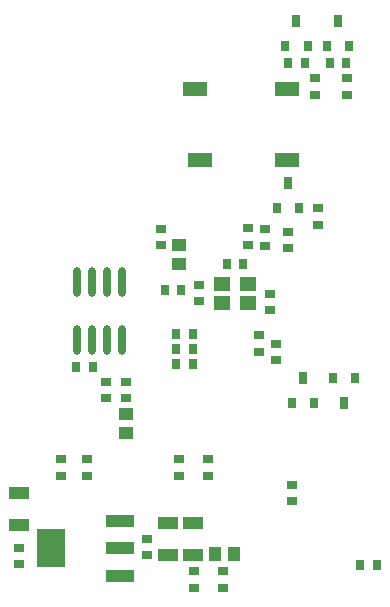
<source format=gbp>
G04*
G04 #@! TF.GenerationSoftware,Altium Limited,Altium Designer,18.0.7 (293)*
G04*
G04 Layer_Color=128*
%FSLAX44Y44*%
%MOMM*%
G71*
G01*
G75*
%ADD17R,0.8000X0.9000*%
%ADD18R,1.3000X1.0000*%
%ADD19R,0.9000X0.8000*%
%ADD23R,0.6500X0.9000*%
%ADD24R,0.6500X1.1000*%
%ADD65R,1.7000X1.1000*%
%ADD66R,1.3995X1.1498*%
%ADD67R,2.0000X1.2000*%
%ADD68R,1.0000X1.3000*%
%ADD69R,2.4000X1.0000*%
%ADD70R,2.4000X3.3000*%
%ADD71O,0.7000X2.5000*%
D17*
X100498Y202500D02*
D03*
X114498D02*
D03*
X175502Y267500D02*
D03*
X189502D02*
D03*
X228002Y290000D02*
D03*
X242002D02*
D03*
X280102Y460000D02*
D03*
X294102D02*
D03*
X329102D02*
D03*
X315102D02*
D03*
X185503Y230000D02*
D03*
X199503D02*
D03*
X341002Y35000D02*
D03*
X355002D02*
D03*
X199500Y217500D02*
D03*
X185500D02*
D03*
X185503Y205000D02*
D03*
X199503D02*
D03*
D18*
X143000Y147000D02*
D03*
Y163000D02*
D03*
X187500Y305500D02*
D03*
Y289500D02*
D03*
D19*
X110000Y110498D02*
D03*
Y124498D02*
D03*
X87500Y110498D02*
D03*
Y124498D02*
D03*
X52500Y49502D02*
D03*
Y35502D02*
D03*
X160973Y56898D02*
D03*
Y42898D02*
D03*
X126000Y175998D02*
D03*
Y189998D02*
D03*
X143000Y175998D02*
D03*
Y189998D02*
D03*
X205000Y271998D02*
D03*
Y257998D02*
D03*
X265000Y264500D02*
D03*
Y250500D02*
D03*
X270000Y221998D02*
D03*
Y207998D02*
D03*
X255000Y229498D02*
D03*
Y215498D02*
D03*
X245751Y305751D02*
D03*
Y319751D02*
D03*
X260751Y305252D02*
D03*
Y319252D02*
D03*
X280000Y303002D02*
D03*
Y317002D02*
D03*
X305000Y336998D02*
D03*
Y322998D02*
D03*
X329600Y432998D02*
D03*
Y446998D02*
D03*
X302500Y433002D02*
D03*
Y447002D02*
D03*
X187500Y110498D02*
D03*
Y124498D02*
D03*
X212500D02*
D03*
Y110498D02*
D03*
X172500Y305502D02*
D03*
Y319502D02*
D03*
X200000Y29498D02*
D03*
Y15498D02*
D03*
X225000Y29498D02*
D03*
Y15498D02*
D03*
X283500Y88802D02*
D03*
Y102802D02*
D03*
D23*
X270500Y337125D02*
D03*
X289500D02*
D03*
X296600Y474625D02*
D03*
X277600D02*
D03*
X331600D02*
D03*
X312600D02*
D03*
X302000Y172125D02*
D03*
X283000D02*
D03*
X318000Y192875D02*
D03*
X337000D02*
D03*
D24*
X280000Y357875D02*
D03*
X287100Y495375D02*
D03*
X322100D02*
D03*
X292500Y192875D02*
D03*
X327500Y172125D02*
D03*
D65*
X52500Y96000D02*
D03*
Y69000D02*
D03*
X178473Y43150D02*
D03*
Y70150D02*
D03*
X199475Y43150D02*
D03*
Y70150D02*
D03*
D66*
X245998Y273001D02*
D03*
Y256999D02*
D03*
X224002Y273001D02*
D03*
Y256999D02*
D03*
D67*
X201000Y437500D02*
D03*
X205300Y377500D02*
D03*
X279000D02*
D03*
Y437500D02*
D03*
D68*
X218024Y43900D02*
D03*
X234024D02*
D03*
D69*
X137473Y71900D02*
D03*
Y48900D02*
D03*
Y25900D02*
D03*
D70*
X79473Y48900D02*
D03*
D71*
X100950Y274500D02*
D03*
X113650D02*
D03*
X126350D02*
D03*
X139050D02*
D03*
X100950Y225500D02*
D03*
X113650D02*
D03*
X126350D02*
D03*
X139050D02*
D03*
M02*

</source>
